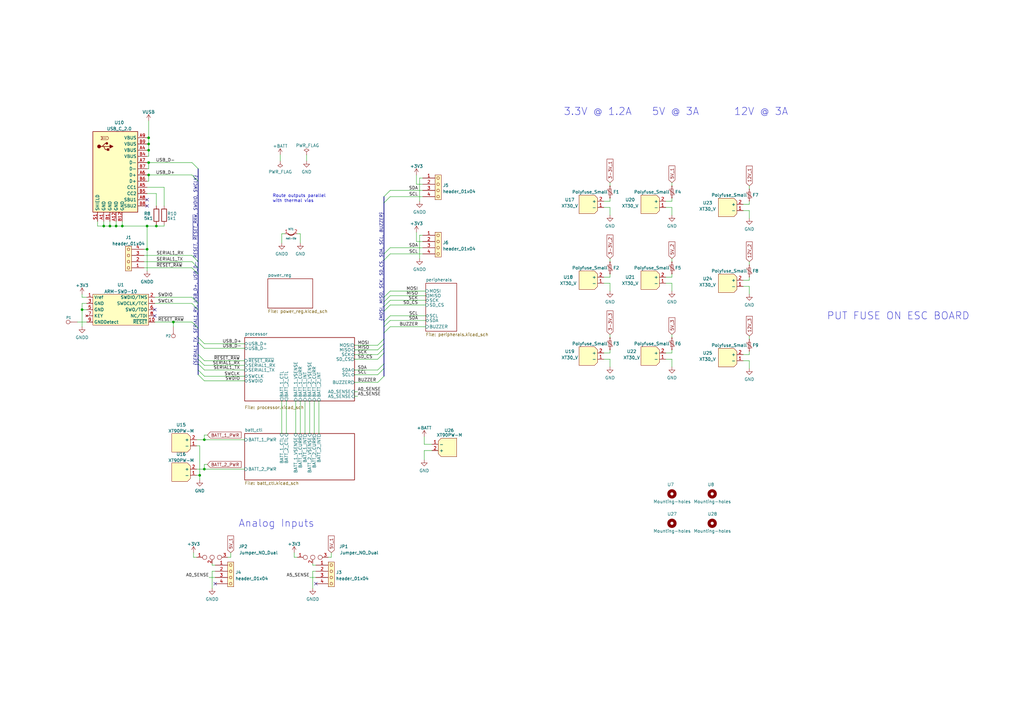
<source format=kicad_sch>
(kicad_sch (version 20211123) (generator eeschema)
  (paper "A3")
  (title_block (title "Onyx Unified Power Control Board") (date "2023-02-26") (rev "1.2") (company "Team Inspiration "))
  (lib_symbols
    (symbol "0.power-symbols:+3.3V" (power) (pin_names (offset 0))
      (property "Value" "+3.3V" (at 0 3.556 0))
      (symbol "+3.3V_0_1"
        (polyline (pts (xy -0.762 1.27) (xy 0 2.54)))
        (polyline (pts (xy 0 0) (xy 0 2.54)))
        (polyline (pts (xy 0 2.54) (xy 0.762 1.27)))
      )
      (symbol "+3.3V_1_1"
        (pin power_in line (at 0 0 90) (length 0) hide (name "+3V3") (number "1"))
      )
    )
    (symbol "0.power-symbols:+BATT" (power) (pin_names (offset 0))
      (property "Value" "+BATT" (at 0 3.556 0))
      (symbol "+BATT_0_1"
        (polyline (pts (xy -0.762 1.27) (xy 0 2.54)))
        (polyline (pts (xy 0 0) (xy 0 2.54)))
        (polyline (pts (xy 0 2.54) (xy 0.762 1.27)))
      )
      (symbol "+BATT_1_1"
        (pin power_in line (at 0 0 90) (length 0) hide (name "+BATT") (number "1"))
      )
    )
    (symbol "0.power-symbols:GND" (power) (pin_names (offset 0))
      (property "Value" "GND" (at 0 -3.81 0))
      (symbol "GND_0_1"
        (polyline (pts (xy 0 0) (xy 0 -1.27) (xy 1.27 -1.27) (xy 0 -2.54) (xy -1.27 -1.27) (xy 0 -1.27)))
      )
      (symbol "GND_1_1"
        (pin power_in line (at 0 0 270) (length 0) hide (name "GND") (number "1"))
      )
    )
    (symbol "0.power-symbols:GNDD" (power) (pin_names (offset 0))
      (property "Value" "GNDD" (at 0 -3.81 0))
      (symbol "GNDD_0_1"
        (polyline (pts (xy 0 0) (xy 0 -1.27) (xy 1.27 -1.27) (xy 0 -2.54) (xy -1.27 -1.27) (xy 0 -1.27)))
      )
      (symbol "GNDD_1_1"
        (pin power_in line (at 0 0 270) (length 0) hide (name "GNDD") (number "1"))
      )
    )
    (symbol "0.power-symbols:PWR_FLAG" (power) (pin_numbers hide) (pin_names (offset 0) hide)
      (property "Value" "PWR_FLAG" (at 0 3.81 0))
      (symbol "PWR_FLAG_0_0"
        (pin power_out line (at 0 0 90) (length 0) (name "pwr") (number "1"))
      )
      (symbol "PWR_FLAG_0_1"
        (polyline (pts (xy 0 0) (xy 0 1.27) (xy -1.016 1.905) (xy 0 2.54) (xy 1.016 1.905) (xy 0 1.27)))
      )
    )
    (symbol "0.power-symbols:VUSB" (power) (pin_names (offset 0))
      (property "Value" "VUSB" (at 0 3.556 0))
      (symbol "VUSB_0_1"
        (polyline (pts (xy -0.762 1.27) (xy 0 2.54)))
        (polyline (pts (xy 0 0) (xy 0 2.54)))
        (polyline (pts (xy 0 2.54) (xy 0.762 1.27)))
      )
      (symbol "VUSB_1_1"
        (pin power_in line (at 0 0 90) (length 0) hide (name "VUSB") (number "1"))
      )
    )
    (symbol "0.power-symbols:net-tie" (pin_names (offset 1.016))
      (property "Reference" "NT" (at 0 0 0))
      (property "Value" "net-tie" (at 0 0 0))
      (symbol "net-tie_0_1"
        (arc (start -1.27 -1.27) (mid 0 -1.7961) (end 1.27 -1.27) (stroke (width 0.4064)))
      )
      (symbol "net-tie_1_1"
        (pin passive line (at -2.54 -1.27 0) (length 1.2446) (name "~") (number "1"))
        (pin passive line (at 2.54 -1.27 180) (length 1.2446) (name "~") (number "2"))
      )
    )
    (symbol "2.passive:Jumper_NO_Dual" (pin_names (offset 0.762) hide)
      (property "Reference" "JP" (at 1.27 -2.54 0))
      (property "Value" "Jumper_NO_Dual" (at 0 2.54 0))
      (symbol "Jumper_NO_Dual_0_1"
        (circle (center -3.048 0) (radius 0.889))
        (circle (center 0 0) (radius 0.9144))
        (circle (center 3.048 0) (radius 0.889))
        (pin passive line (at -6.35 0 0) (length 2.413) (name "1") (number "1"))
        (pin passive line (at 0 -2.54 90) (length 1.524) (name "2") (number "2"))
        (pin passive line (at 6.35 0 180) (length 2.413) (name "3") (number "3"))
      )
    )
    (symbol "2.passive:R" (pin_numbers hide) (pin_names (offset 0))
      (property "Reference" "R" (at 2.032 0 90))
      (property "Value" "R" (at 0 0 90))
      (symbol "R_0_1"
        (rectangle (start -1.016 -2.54) (end 1.016 2.54) (stroke (width 0.254)))
      )
      (symbol "R_1_1"
        (pin passive line (at 0 3.81 270) (length 1.27) (name "~") (number "1"))
        (pin passive line (at 0 -3.81 90) (length 1.27) (name "~") (number "2"))
      )
    )
    (symbol "4.power.circuitProtection:Polyfuse_Small" (pin_numbers hide) (pin_names (offset 0))
      (property "Reference" "F" (at -1.905 0 90))
      (property "Value" "Polyfuse_Small" (at 1.905 0 90))
      (symbol "Polyfuse_Small_0_1"
        (rectangle (start -0.508 1.27) (end 0.508 -1.27))
        (polyline (pts (xy 0 2.54) (xy 0 -2.54)))
        (polyline (pts (xy -1.016 1.27) (xy -1.016 0.762) (xy 1.016 -0.762) (xy 1.016 -1.27)))
      )
      (symbol "Polyfuse_Small_1_1"
        (pin passive line (at 0 2.54 270) (length 0.635) (name "~") (number "1"))
        (pin passive line (at 0 -2.54 90) (length 0.635) (name "~") (number "2"))
      )
    )
    (symbol "5.connector.interconnect.usb_dvi_hdmi:ARM-SWD-10"
      (property "Reference" "U" (at -11.43 3.81 0))
      (property "Value" "ARM-SWD-10" (at -11.43 1.27 0))
      (symbol "ARM-SWD-10_0_1"
        (rectangle (start -11.43 0) (end 11.43 -12.7) (fill (type background)))
      )
      (symbol "ARM-SWD-10_1_1"
        (pin power_in line (at -13.97 -1.27 0) (length 2.54) (name "Vref") (number "1"))
        (pin open_collector line (at 13.97 -11.43 180) (length 2.54) (name "~{RESET}") (number "10"))
        (pin bidirectional line (at 13.97 -1.27 180) (length 2.54) (name "SWDIO/TMS") (number "2"))
        (pin power_in line (at -13.97 -3.81 0) (length 2.54) (name "GND") (number "3"))
        (pin output line (at 13.97 -3.81 180) (length 2.54) (name "SWDCLK/TCK") (number "4"))
        (pin passive line (at -13.97 -6.35 0) (length 2.54) (name "GND") (number "5"))
        (pin input line (at 13.97 -6.35 180) (length 2.54) (name "SWO/TDO") (number "6"))
        (pin no_connect line (at -13.97 -8.89 0) (length 2.54) (name "KEY") (number "7"))
        (pin output line (at 13.97 -8.89 180) (length 2.54) (name "NC/TDI") (number "8"))
        (pin passive line (at -13.97 -11.43 0) (length 2.54) (name "GNDDetect") (number "9"))
      )
    )
    (symbol "5.connector.interconnect.usb_dvi_hdmi:USB_C_2.0"
      (property "Reference" "U" (at 0 5.08 0))
      (property "Value" "USB_C_2.0" (at 0 2.54 0))
      (symbol "USB_C_2.0_0_1"
        (rectangle (start -10.795 0) (end 7.62 -33.02) (stroke (width 0.254)) (fill (type background)))
        (circle (center -8.255 -6.096) (radius 0.635) (stroke (width 0.254)) (fill (type outline)))
        (arc (start -7.493 -3.302) (mid -6.7943 -2.667) (end -7.493 -2.032))
        (circle (center -5.08 -4.826) (radius 0.381) (stroke (width 0.254)) (fill (type outline)))
        (arc (start -4.953 -3.302) (mid -4.3956 -2.667) (end -4.953 -2.032))
        (rectangle (start -4.191 -6.985) (end -4.953 -7.747) (stroke (width 0.254)) (fill (type outline)))
        (polyline (pts (xy -7.493 -3.302) (xy -4.953 -3.302)))
        (polyline (pts (xy -7.493 -2.032) (xy -4.953 -2.032)))
        (polyline (pts (xy -6.35 -6.096) (xy -3.81 -6.096)) (stroke (width 0.254)))
        (polyline (pts (xy -5.207 -2.667) (xy -7.239 -2.667)))
        (polyline (pts (xy -7.62 -6.096) (xy -6.985 -6.096) (xy -5.715 -4.826) (xy -5.08 -4.826)) (stroke (width 0.254)))
        (polyline (pts (xy -6.985 -6.096) (xy -6.35 -6.096) (xy -5.715 -7.366) (xy -4.445 -7.366)) (stroke (width 0.254)))
        (polyline (pts (xy -3.81 -5.461) (xy -3.81 -6.731) (xy -2.54 -6.096) (xy -3.81 -5.461)) (stroke (width 0.254)) (fill (type outline)))
      )
      (symbol "USB_C_2.0_1_1"
        (pin power_out line (at -6.35 -36.83 90) (length 3.81) (name "GND") (number "A1"))
        (pin passive line (at -1.27 -36.83 90) (length 3.81) (name "GND") (number "A12"))
        (pin passive line (at 11.43 -7.62 180) (length 3.81) (name "VBUS") (number "A4"))
        (pin passive line (at 11.43 -22.86 180) (length 3.81) (name "CC1") (number "A5"))
        (pin passive line (at 11.43 -17.78 180) (length 3.81) (name "D+") (number "A6"))
        (pin passive line (at 11.43 -12.7 180) (length 3.81) (name "D-") (number "A7"))
        (pin passive line (at 11.43 -27.94 180) (length 3.81) (name "SBU1") (number "A8"))
        (pin power_out line (at 11.43 -2.54 180) (length 3.81) (name "VBUS") (number "A9"))
        (pin passive line (at -3.81 -36.83 90) (length 3.81) (name "GND") (number "B1"))
        (pin passive line (at 1.27 -36.83 90) (length 3.81) (name "GND") (number "B12"))
        (pin passive line (at 11.43 -10.16 180) (length 3.81) (name "VBUS") (number "B4"))
        (pin passive line (at 11.43 -25.4 180) (length 3.81) (name "CC2") (number "B5"))
        (pin passive line (at 11.43 -20.32 180) (length 3.81) (name "D+") (number "B6"))
        (pin passive line (at 11.43 -15.24 180) (length 3.81) (name "D-") (number "B7"))
        (pin passive line (at 11.43 -30.48 180) (length 3.81) (name "SBU2") (number "B8"))
        (pin passive line (at 11.43 -5.08 180) (length 3.81) (name "VBUS") (number "B9"))
        (pin passive line (at -8.89 -36.83 90) (length 3.81) (name "SHIELD") (number "S1"))
      )
    )
    (symbol "5.connector.interconnect:CONN_1" (pin_numbers hide) (pin_names (offset 0.762) hide)
      (property "Reference" "P" (at 2.032 0 0))
      (symbol "CONN_1_0_1"
        (polyline (pts (xy -0.762 0) (xy -1.27 0)))
        (circle (center 0 0) (radius 0.7874))
      )
      (symbol "CONN_1_1_1"
        (pin passive line (at -3.81 0 0) (length 2.54) (name "1") (number "1"))
      )
    )
    (symbol "5.connector.interconnect:Mounting-holes"
      (property "Reference" "U" (at 0 5.08 0))
      (property "Value" "Mounting-holes" (at 0 3.81 0))
      (symbol "Mounting-holes_0_1"
        (circle (center 0 0) (radius 1.27) (stroke (width 1.27)))
      )
      (symbol "Mounting-holes_1_1"
        (pin no_connect line (at 2.54 0 180) (length 2.54) hide (name "") (number "1"))
      )
    )
    (symbol "5.connector.interconnect:header_01x04" (pin_names (offset 1.016))
      (property "Reference" "J" (at 0 6.35 0))
      (property "Value" "header_01x04" (at 0 -6.35 0))
      (symbol "header_01x04_0_1"
        (circle (center 0 -3.81) (radius 0.5588))
        (circle (center 0 -1.27) (radius 0.5588))
        (circle (center 0 1.27) (radius 0.5588))
        (circle (center 0 3.81) (radius 0.5588))
        (rectangle (start 1.27 -5.08) (end -1.27 5.08) (fill (type background)))
      )
      (symbol "header_01x04_1_1"
        (pin passive line (at -6.35 3.81 0) (length 5.08) (name "~") (number "1"))
        (pin passive line (at -6.35 1.27 0) (length 5.08) (name "~") (number "2"))
        (pin passive line (at -6.35 -1.27 0) (length 5.08) (name "~") (number "3"))
        (pin passive line (at -6.35 -3.81 0) (length 5.08) (name "~") (number "4"))
      )
    )
    (symbol "XT90PW-M_1"
      (property "Reference" "U" (at 0 3.81 0))
      (property "Value" "XT90PW-M_1" (at 0 1.27 0))
      (symbol "XT90PW-M_1_0_1"
        (polyline (pts (xy 0 0) (xy 1.27 -1.27) (xy 1.27 -6.35) (xy 0 -7.62) (xy -6.35 -7.62) (xy -6.35 0) (xy 0 0)) (fill (type background)))
      )
      (symbol "XT90PW-M_1_1_1"
        (pin passive line (at 3.81 -5.08 180) (length 2.54) (name "-") (number "1"))
        (pin passive line (at 3.81 -2.54 180) (length 2.54) (name "+") (number "2"))
      )
    )
    (symbol "XT90PW-M_2"
      (property "Reference" "U" (at 0 3.81 0))
      (property "Value" "XT90PW-M_2" (at 0 1.27 0))
      (symbol "XT90PW-M_2_0_1"
        (polyline (pts (xy 0 0) (xy 1.27 -1.27) (xy 1.27 -6.35) (xy 0 -7.62) (xy -6.35 -7.62) (xy -6.35 0) (xy 0 0)) (fill (type background)))
      )
      (symbol "XT90PW-M_2_1_1"
        (pin passive line (at 3.81 -5.08 180) (length 2.54) (name "-") (number "1"))
        (pin passive line (at 3.81 -2.54 180) (length 2.54) (name "+") (number "2"))
      )
    )
  )
  (junction (at 71.12 132.08))
  (junction (at 60.96 59.055))
  (junction (at 50.165 92.71))
  (junction (at 33.655 127))
  (junction (at 60.96 71.755))
  (junction (at 60.96 56.515))
  (junction (at 60.96 66.675))
  (junction (at 60.325 102.235))
  (junction (at 83.82 180.34))
  (junction (at 60.325 92.71))
  (junction (at 64.135 92.71))
  (junction (at 60.96 61.595))
  (junction (at 83.82 192.405))
  (junction (at 81.915 194.945))
  (junction (at 42.545 92.71))
  (junction (at 45.085 92.71))
  (junction (at 47.625 92.71))
  (no_connect (at 63.5 129.54))
  (no_connect (at 129.54 239.395))
  (no_connect (at 88.265 239.395))
  (no_connect (at 60.325 81.915))
  (no_connect (at 60.325 84.455))
  (no_connect (at 63.5 127))
  (bus_entry (at 160.02 80.645) (size -2.54 2.54))
  (bus_entry (at 160.02 119.38) (size -2.54 2.54))
  (bus_entry (at 160.02 123.19) (size -2.54 2.54))
  (bus_entry (at 78.74 109.855) (size 2.54 2.54))
  (bus_entry (at 154.94 153.67) (size 2.54 -2.54))
  (bus_entry (at 78.74 124.46) (size 2.54 2.54))
  (bus_entry (at 78.74 71.755) (size 2.54 2.54))
  (bus_entry (at 81.28 138.43) (size 2.54 2.54))
  (bus_entry (at 154.94 147.32) (size 2.54 -2.54))
  (bus_entry (at 78.74 121.92) (size 2.54 2.54))
  (bus_entry (at 160.02 131.445) (size -2.54 2.54))
  (bus_entry (at 78.74 104.775) (size 2.54 2.54))
  (bus_entry (at 160.02 101.6) (size -2.54 2.54))
  (bus_entry (at 154.94 143.51) (size 2.54 -2.54))
  (bus_entry (at 160.02 129.54) (size -2.54 2.54))
  (bus_entry (at 78.74 132.08) (size 2.54 2.54))
  (bus_entry (at 81.28 151.765) (size 2.54 2.54))
  (bus_entry (at 154.94 156.845) (size 2.54 -2.54))
  (bus_entry (at 81.28 153.67) (size 2.54 2.54))
  (bus_entry (at 160.02 121.285) (size -2.54 2.54))
  (bus_entry (at 160.02 78.105) (size -2.54 2.54))
  (bus_entry (at 154.94 145.415) (size 2.54 -2.54))
  (bus_entry (at 154.94 151.765) (size 2.54 -2.54))
  (bus_entry (at 81.28 147.32) (size 2.54 2.54))
  (bus_entry (at 81.28 140.335) (size 2.54 2.54))
  (bus_entry (at 160.02 125.095) (size -2.54 2.54))
  (bus_entry (at 81.28 145.415) (size 2.54 2.54))
  (bus_entry (at 78.74 107.315) (size 2.54 2.54))
  (bus_entry (at 154.94 141.605) (size 2.54 -2.54))
  (bus_entry (at 81.28 149.225) (size 2.54 2.54))
  (bus_entry (at 160.02 133.985) (size -2.54 2.54))
  (bus_entry (at 160.02 104.14) (size -2.54 2.54))
  (bus_entry (at 78.74 66.675) (size 2.54 2.54))
  (wire (pts (xy 172.085 73.025) (xy 172.085 82.55)))
  (wire (pts (xy 67.31 84.455) (xy 67.31 76.835)))
  (wire (pts (xy 128.27 231.14) (xy 128.27 231.775)))
  (wire (pts (xy 123.19 95.885) (xy 123.19 99.695)))
  (wire (pts (xy 33.655 124.46) (xy 33.655 127)))
  (bus (pts (xy 81.28 149.225) (xy 81.28 151.765)))
  (wire (pts (xy 79.375 226.695) (xy 79.375 228.6)))
  (wire (pts (xy 60.325 71.755) (xy 60.96 71.755)))
  (wire (pts (xy 47.625 90.805) (xy 47.625 92.71)))
  (wire (pts (xy 115.57 164.465) (xy 115.57 177.8)))
  (wire (pts (xy 275.59 147.32) (xy 273.05 147.32)))
  (wire (pts (xy 60.325 66.675) (xy 60.96 66.675)))
  (wire (pts (xy 60.96 64.135) (xy 60.96 61.595)))
  (wire (pts (xy 63.5 124.46) (xy 78.74 124.46)))
  (wire (pts (xy 60.96 59.055) (xy 60.96 61.595)))
  (wire (pts (xy 40.005 92.71) (xy 42.545 92.71)))
  (bus (pts (xy 157.48 104.14) (xy 157.48 106.68)))
  (wire (pts (xy 160.02 131.445) (xy 174.625 131.445)))
  (bus (pts (xy 81.28 109.855) (xy 81.28 112.395)))
  (wire (pts (xy 307.34 82.55) (xy 307.34 83.82)))
  (wire (pts (xy 160.02 133.985) (xy 174.625 133.985)))
  (wire (pts (xy 45.085 92.71) (xy 47.625 92.71)))
  (wire (pts (xy 94.615 228.6) (xy 93.345 228.6)))
  (bus (pts (xy 81.28 127) (xy 81.28 134.62)))
  (wire (pts (xy 160.02 104.14) (xy 173.355 104.14)))
  (wire (pts (xy 170.815 75.565) (xy 173.355 75.565)))
  (wire (pts (xy 250.19 113.665) (xy 247.65 113.665)))
  (wire (pts (xy 60.325 64.135) (xy 60.96 64.135)))
  (wire (pts (xy 250.19 137.16) (xy 250.19 138.43)))
  (bus (pts (xy 157.48 142.875) (xy 157.48 144.78)))
  (wire (pts (xy 50.165 90.805) (xy 50.165 92.71)))
  (bus (pts (xy 157.48 136.525) (xy 157.48 139.065)))
  (bus (pts (xy 157.48 106.68) (xy 157.48 121.92)))
  (wire (pts (xy 42.545 90.805) (xy 42.545 92.71)))
  (wire (pts (xy 33.655 127) (xy 35.56 127)))
  (wire (pts (xy 173.99 188.595) (xy 173.99 184.785)))
  (wire (pts (xy 250.19 106.045) (xy 250.19 107.315)))
  (wire (pts (xy 60.96 69.215) (xy 60.96 66.675)))
  (wire (pts (xy 71.12 132.08) (xy 78.74 132.08)))
  (wire (pts (xy 170.815 99.06) (xy 173.355 99.06)))
  (wire (pts (xy 60.325 92.71) (xy 60.325 102.235)))
  (bus (pts (xy 157.48 83.185) (xy 157.48 104.14)))
  (wire (pts (xy 170.815 71.755) (xy 170.815 75.565)))
  (wire (pts (xy 83.82 190.5) (xy 83.82 192.405)))
  (bus (pts (xy 157.48 151.13) (xy 157.48 154.305)))
  (wire (pts (xy 170.815 95.25) (xy 170.815 99.06)))
  (wire (pts (xy 250.19 147.32) (xy 250.19 150.495)))
  (wire (pts (xy 63.5 132.08) (xy 71.12 132.08)))
  (wire (pts (xy 250.19 116.205) (xy 250.19 119.38)))
  (wire (pts (xy 59.055 104.775) (xy 78.74 104.775)))
  (wire (pts (xy 275.59 74.93) (xy 275.59 76.2)))
  (wire (pts (xy 250.19 112.395) (xy 250.19 113.665)))
  (bus (pts (xy 81.28 138.43) (xy 81.28 140.335)))
  (wire (pts (xy 67.31 92.075) (xy 67.31 92.71)))
  (wire (pts (xy 83.82 154.305) (xy 100.33 154.305)))
  (wire (pts (xy 33.655 124.46) (xy 35.56 124.46)))
  (wire (pts (xy 128.27 231.775) (xy 129.54 231.775)))
  (wire (pts (xy 250.19 143.51) (xy 250.19 144.78)))
  (wire (pts (xy 86.995 241.3) (xy 86.995 234.315)))
  (wire (pts (xy 304.8 145.415) (xy 307.34 145.415)))
  (wire (pts (xy 128.27 241.3) (xy 128.27 234.315)))
  (wire (pts (xy 128.27 234.315) (xy 129.54 234.315)))
  (wire (pts (xy 172.085 96.52) (xy 173.355 96.52)))
  (wire (pts (xy 160.02 125.095) (xy 174.625 125.095)))
  (wire (pts (xy 85.09 178.435) (xy 83.82 178.435)))
  (wire (pts (xy 115.57 95.885) (xy 115.57 99.695)))
  (wire (pts (xy 307.34 107.315) (xy 307.34 108.585)))
  (wire (pts (xy 80.645 180.34) (xy 83.82 180.34)))
  (wire (pts (xy 275.59 116.205) (xy 273.05 116.205)))
  (wire (pts (xy 160.02 80.645) (xy 173.355 80.645)))
  (wire (pts (xy 275.59 85.09) (xy 275.59 88.265)))
  (wire (pts (xy 121.285 164.465) (xy 121.285 177.8)))
  (wire (pts (xy 60.96 74.295) (xy 60.96 71.755)))
  (wire (pts (xy 86.995 234.315) (xy 88.265 234.315)))
  (wire (pts (xy 130.81 164.465) (xy 130.81 177.8)))
  (bus (pts (xy 81.28 140.335) (xy 81.28 145.415)))
  (wire (pts (xy 60.325 56.515) (xy 60.96 56.515)))
  (wire (pts (xy 60.325 74.295) (xy 60.96 74.295)))
  (bus (pts (xy 81.28 112.395) (xy 81.28 124.46)))
  (wire (pts (xy 85.725 236.855) (xy 88.265 236.855)))
  (wire (pts (xy 60.96 61.595) (xy 60.325 61.595)))
  (wire (pts (xy 33.655 121.92) (xy 35.56 121.92)))
  (wire (pts (xy 307.34 144.145) (xy 307.34 145.415)))
  (wire (pts (xy 80.645 182.88) (xy 81.915 182.88)))
  (wire (pts (xy 250.19 85.09) (xy 250.19 88.265)))
  (wire (pts (xy 81.915 182.88) (xy 81.915 194.945)))
  (wire (pts (xy 307.34 117.475) (xy 307.34 120.65)))
  (wire (pts (xy 250.19 147.32) (xy 247.65 147.32)))
  (wire (pts (xy 83.82 147.955) (xy 100.33 147.955)))
  (wire (pts (xy 275.59 143.51) (xy 275.59 144.78)))
  (wire (pts (xy 125.095 164.465) (xy 125.095 177.8)))
  (bus (pts (xy 81.28 151.765) (xy 81.28 153.67)))
  (wire (pts (xy 250.19 82.55) (xy 247.65 82.55)))
  (wire (pts (xy 63.5 121.92) (xy 78.74 121.92)))
  (wire (pts (xy 307.34 86.36) (xy 304.8 86.36)))
  (wire (pts (xy 64.135 79.375) (xy 60.325 79.375)))
  (wire (pts (xy 250.19 81.28) (xy 250.19 82.55)))
  (bus (pts (xy 157.48 133.985) (xy 157.48 132.08)))
  (wire (pts (xy 60.96 71.755) (xy 78.74 71.755)))
  (wire (pts (xy 250.19 74.93) (xy 250.19 76.2)))
  (wire (pts (xy 173.99 182.245) (xy 177.165 182.245)))
  (wire (pts (xy 127 236.855) (xy 129.54 236.855)))
  (wire (pts (xy 83.82 180.34) (xy 100.33 180.34)))
  (wire (pts (xy 275.59 144.78) (xy 273.05 144.78)))
  (wire (pts (xy 135.89 228.6) (xy 134.62 228.6)))
  (bus (pts (xy 81.28 145.415) (xy 81.28 147.32)))
  (wire (pts (xy 83.82 151.765) (xy 100.33 151.765)))
  (bus (pts (xy 81.28 74.295) (xy 81.28 107.315)))
  (wire (pts (xy 250.19 85.09) (xy 247.65 85.09)))
  (wire (pts (xy 145.415 156.845) (xy 154.94 156.845)))
  (wire (pts (xy 307.34 137.795) (xy 307.34 139.065)))
  (wire (pts (xy 60.325 59.055) (xy 60.96 59.055)))
  (wire (pts (xy 60.96 56.515) (xy 60.96 59.055)))
  (bus (pts (xy 157.48 140.97) (xy 157.48 142.875)))
  (wire (pts (xy 81.915 194.945) (xy 81.915 196.85)))
  (wire (pts (xy 60.325 69.215) (xy 60.96 69.215)))
  (wire (pts (xy 123.19 164.465) (xy 123.19 177.8)))
  (wire (pts (xy 173.99 184.785) (xy 177.165 184.785)))
  (wire (pts (xy 121.92 95.885) (xy 123.19 95.885)))
  (wire (pts (xy 307.34 86.36) (xy 307.34 89.535)))
  (bus (pts (xy 81.28 107.315) (xy 81.28 109.855)))
  (wire (pts (xy 59.055 107.315) (xy 78.74 107.315)))
  (wire (pts (xy 33.655 120.65) (xy 33.655 121.92)))
  (wire (pts (xy 275.59 85.09) (xy 273.05 85.09)))
  (wire (pts (xy 83.82 156.21) (xy 100.33 156.21)))
  (wire (pts (xy 145.415 147.32) (xy 154.94 147.32)))
  (wire (pts (xy 307.34 113.665) (xy 307.34 114.935)))
  (wire (pts (xy 116.84 95.885) (xy 115.57 95.885)))
  (wire (pts (xy 160.02 129.54) (xy 174.625 129.54)))
  (wire (pts (xy 40.005 90.805) (xy 40.005 92.71)))
  (wire (pts (xy 59.055 102.235) (xy 60.325 102.235)))
  (wire (pts (xy 114.935 63.5) (xy 114.935 66.04)))
  (wire (pts (xy 79.375 228.6) (xy 80.645 228.6)))
  (bus (pts (xy 157.48 139.065) (xy 157.48 140.97)))
  (wire (pts (xy 83.82 192.405) (xy 100.33 192.405)))
  (wire (pts (xy 64.135 84.455) (xy 64.135 79.375)))
  (wire (pts (xy 47.625 92.71) (xy 50.165 92.71)))
  (wire (pts (xy 307.34 76.2) (xy 307.34 77.47)))
  (wire (pts (xy 145.415 143.51) (xy 154.94 143.51)))
  (wire (pts (xy 83.82 178.435) (xy 83.82 180.34)))
  (wire (pts (xy 86.995 231.775) (xy 88.265 231.775)))
  (wire (pts (xy 83.82 149.86) (xy 100.33 149.86)))
  (wire (pts (xy 60.325 102.235) (xy 60.325 111.125)))
  (wire (pts (xy 83.82 142.875) (xy 100.33 142.875)))
  (wire (pts (xy 45.085 90.805) (xy 45.085 92.71)))
  (wire (pts (xy 275.59 116.205) (xy 275.59 119.38)))
  (wire (pts (xy 307.34 114.935) (xy 304.8 114.935)))
  (wire (pts (xy 94.615 226.695) (xy 94.615 228.6)))
  (wire (pts (xy 160.02 119.38) (xy 174.625 119.38)))
  (wire (pts (xy 125.73 63.5) (xy 125.73 66.04)))
  (wire (pts (xy 145.415 145.415) (xy 154.94 145.415)))
  (bus (pts (xy 81.28 124.46) (xy 81.28 127)))
  (wire (pts (xy 275.59 147.32) (xy 275.59 150.495)))
  (wire (pts (xy 275.59 113.665) (xy 273.05 113.665)))
  (wire (pts (xy 120.65 226.695) (xy 120.65 228.6)))
  (wire (pts (xy 31.75 132.08) (xy 35.56 132.08)))
  (bus (pts (xy 157.48 127.635) (xy 157.48 125.73)))
  (wire (pts (xy 117.475 164.465) (xy 117.475 177.8)))
  (bus (pts (xy 157.48 80.645) (xy 157.48 83.185)))
  (wire (pts (xy 145.415 160.655) (xy 146.685 160.655)))
  (wire (pts (xy 145.415 162.56) (xy 146.685 162.56)))
  (wire (pts (xy 275.59 82.55) (xy 273.05 82.55)))
  (wire (pts (xy 172.085 73.025) (xy 173.355 73.025)))
  (wire (pts (xy 60.325 92.71) (xy 64.135 92.71)))
  (wire (pts (xy 145.415 153.67) (xy 154.94 153.67)))
  (wire (pts (xy 160.02 123.19) (xy 174.625 123.19)))
  (wire (pts (xy 120.65 228.6) (xy 121.92 228.6)))
  (wire (pts (xy 42.545 92.71) (xy 45.085 92.71)))
  (wire (pts (xy 172.085 96.52) (xy 172.085 106.045)))
  (wire (pts (xy 160.02 78.105) (xy 173.355 78.105)))
  (wire (pts (xy 80.645 192.405) (xy 83.82 192.405)))
  (wire (pts (xy 135.89 226.695) (xy 135.89 228.6)))
  (bus (pts (xy 157.48 125.73) (xy 157.48 123.825)))
  (wire (pts (xy 307.34 147.955) (xy 307.34 151.13)))
  (bus (pts (xy 157.48 144.78) (xy 157.48 149.225)))
  (wire (pts (xy 145.415 141.605) (xy 154.94 141.605)))
  (wire (pts (xy 307.34 147.955) (xy 304.8 147.955)))
  (wire (pts (xy 250.19 116.205) (xy 247.65 116.205)))
  (bus (pts (xy 157.48 149.225) (xy 157.48 151.13)))
  (bus (pts (xy 81.28 147.32) (xy 81.28 149.225)))
  (wire (pts (xy 250.19 144.78) (xy 247.65 144.78)))
  (bus (pts (xy 157.48 133.985) (xy 157.48 136.525)))
  (wire (pts (xy 80.645 194.945) (xy 81.915 194.945)))
  (wire (pts (xy 59.055 109.855) (xy 78.74 109.855)))
  (bus (pts (xy 81.28 134.62) (xy 81.28 138.43)))
  (wire (pts (xy 67.31 76.835) (xy 60.325 76.835)))
  (wire (pts (xy 160.02 121.285) (xy 174.625 121.285)))
  (wire (pts (xy 67.31 92.71) (xy 64.135 92.71)))
  (wire (pts (xy 50.165 92.71) (xy 60.325 92.71)))
  (bus (pts (xy 157.48 127.635) (xy 157.48 132.08)))
  (wire (pts (xy 127 164.465) (xy 127 177.8)))
  (bus (pts (xy 157.48 123.825) (xy 157.48 121.92)))
  (wire (pts (xy 275.59 106.045) (xy 275.59 107.315)))
  (wire (pts (xy 85.09 190.5) (xy 83.82 190.5)))
  (bus (pts (xy 81.28 69.215) (xy 81.28 74.295)))
  (wire (pts (xy 60.96 66.675) (xy 78.74 66.675)))
  (wire (pts (xy 64.135 92.075) (xy 64.135 92.71)))
  (wire (pts (xy 173.99 179.07) (xy 173.99 182.245)))
  (wire (pts (xy 307.34 117.475) (xy 304.8 117.475)))
  (wire (pts (xy 160.02 101.6) (xy 173.355 101.6)))
  (wire (pts (xy 60.96 49.53) (xy 60.96 56.515)))
  (wire (pts (xy 275.59 137.16) (xy 275.59 138.43)))
  (wire (pts (xy 83.82 140.97) (xy 100.33 140.97)))
  (wire (pts (xy 86.995 231.14) (xy 86.995 231.775)))
  (wire (pts (xy 307.34 83.82) (xy 304.8 83.82)))
  (wire (pts (xy 71.12 132.08) (xy 71.12 133.985)))
  (wire (pts (xy 275.59 81.28) (xy 275.59 82.55)))
  (wire (pts (xy 145.415 151.765) (xy 154.94 151.765)))
  (wire (pts (xy 33.655 127) (xy 33.655 133.985)))
  (wire (pts (xy 128.905 164.465) (xy 128.905 177.8)))
  (wire (pts (xy 275.59 112.395) (xy 275.59 113.665)))
  (text "12V @ 3A" (at 300.99 47.625 0) (effects (font (size 3 3)) (justify left bottom)))
  (text "Analog Inputs" (at 97.79 216.535 0) (effects (font (size 3 3)) (justify left bottom)))
  (text "Route outputs parallel\nwith thermal vias" (at 111.76 83.185 0) (effects (font (size 1.27 1.27)) (justify left bottom)))
  (text "3.3V @ 1.2A" (at 231.14 47.625 0) (effects (font (size 3 3)) (justify left bottom)))
  (text "5V @ 3A" (at 267.335 47.625 0) (effects (font (size 3 3)) (justify left bottom)))
  (text "PUT FUSE ON ESC BOARD" (at 339.09 131.445 0) (effects (font (size 3 3)) (justify left bottom)))
  (label "SDA" (at 171.45 131.445 180))
  (label "SWCLK" (at 64.77 124.46 0))
  (label "USB_D+" (at 71.755 71.755 180))
  (label "SCL" (at 171.45 80.645 180))
  (label "SCK" (at 146.685 145.415 0))
  (label "A0_SENSE" (at 146.685 160.655 0))
  (label "SDA" (at 146.685 151.765 0))
  (label "MISO" (at 171.45 121.285 180))
  (label "SCL" (at 171.45 129.54 180))
  (label "SCL" (at 146.685 153.67 0))
  (label "BUZZER" (at 146.685 156.845 0))
  (label "A5_SENSE" (at 146.685 162.56 0))
  (label "SD_CS" (at 171.45 125.095 180))
  (label "~{RESET_RAW}" (at 98.425 147.955 180))
  (label "A5_SENSE" (at 127 236.855 180))
  (label "BUZZER" (at 171.45 133.985 180))
  (label "USB_D+" (at 99.06 140.97 180))
  (label "{MOSI, MISO, SCK, SD_CS, SDA, SCL, BUZZER}" (at 157.48 86.995 270) (effects (font italic)))
  (label "SWCLK" (at 98.425 154.305 180))
  (label "MISO" (at 146.685 143.51 0))
  (label "MOSI" (at 171.45 119.38 180))
  (label "SWDIO" (at 98.425 156.21 180))
  (label "SDA" (at 171.45 78.105 180))
  (label "SCK" (at 171.45 123.19 180))
  (label "{SERIAL1_TX, SERIAL1_RX, USB_D+, USB_D-, RESET, ~{RESET_RAW}, SWDIO, SWCLK}" (at 81.28 71.755 270) (effects (font italic)))
  (label "SERIAL1_TX" (at 64.135 107.315 0))
  (label "~{RESET_RAW}" (at 64.135 109.855 0))
  (label "SERIAL1_TX" (at 98.425 151.765 180))
  (label "USB_D-" (at 99.06 142.875 180))
  (label "SERIAL1_RX" (at 64.135 104.775 0))
  (label "SDA" (at 171.45 101.6 180))
  (label "SCL" (at 171.45 104.14 180))
  (label "MOSI" (at 146.685 141.605 0))
  (label "A0_SENSE" (at 85.725 236.855 180))
  (label "SWDIO" (at 64.77 121.92 0))
  (label "SERIAL1_RX" (at 98.425 149.86 180))
  (label "SD_CS" (at 146.685 147.32 0))
  (label "USB_D-" (at 71.755 66.675 180))
  (label "~{RESET_RAW}" (at 64.77 132.08 0))
  (global_label "12V_1" (shape input) (at 307.34 76.2 90) (property "Intersheet References" "${INTERSHEET_REFS}" (effects hide)))
  (global_label "3-3V_3" (shape input) (at 250.19 137.16 90) (property "Intersheet References" "${INTERSHEET_REFS}" (effects hide)))
  (global_label "BATT_2_PWR" (shape input) (at 85.09 190.5 0) (property "Intersheet References" "${INTERSHEET_REFS}" (effects hide)))
  (global_label "3-3V_2" (shape input) (at 250.19 106.045 90) (property "Intersheet References" "${INTERSHEET_REFS}" (effects hide)))
  (global_label "5V_1" (shape input) (at 275.59 74.93 90) (property "Intersheet References" "${INTERSHEET_REFS}" (effects hide)))
  (global_label "5V_2" (shape input) (at 275.59 106.045 90) (property "Intersheet References" "${INTERSHEET_REFS}" (effects hide)))
  (global_label "12V_2" (shape input) (at 307.34 107.315 90) (property "Intersheet References" "${INTERSHEET_REFS}" (effects hide)))
  (global_label "12V_3" (shape input) (at 307.34 137.795 90) (property "Intersheet References" "${INTERSHEET_REFS}" (effects hide)))
  (global_label "5V_1" (shape input) (at 135.89 226.695 90) (property "Intersheet References" "${INTERSHEET_REFS}" (effects hide)))
  (global_label "3-3V_1" (shape input) (at 250.19 74.93 90) (property "Intersheet References" "${INTERSHEET_REFS}" (effects hide)))
  (global_label "5V_1" (shape input) (at 94.615 226.695 90) (property "Intersheet References" "${INTERSHEET_REFS}" (effects hide)))
  (global_label "5V_3" (shape input) (at 275.59 137.16 90) (property "Intersheet References" "${INTERSHEET_REFS}" (effects hide)))
  (global_label "BATT_1_PWR" (shape input) (at 85.09 178.435 0) (property "Intersheet References" "${INTERSHEET_REFS}" (effects hide)))
  (symbol (lib_id "0.power-symbols:+BATT") (at 114.935 63.5 0) (unit 1)
    (property "Reference" "#PWR022" (effects hide))
    (property "Value" "+BATT" (at 114.935 59.9242 0))
  )
  (symbol (lib_id "5.connector.interconnect:header_01x04") (at 179.705 100.33 0) (unit 1)
    (property "Reference" "J6" (at 181.61 99.4953 0) (effects (justify left)))
    (property "Value" "header_01x04" (at 181.61 102.0322 0) (effects (justify left)))
    (property "Footprint" "5_Connectors_misc:Stemma_QT_2" (effects hide))
  )
  (symbol (lib_id "4.power.circuitProtection:Polyfuse_Small") (at 275.59 78.74 180) (unit 1)
    (property "Reference" "F4" (at 278.13 78.74 0))
    (property "Value" "Polyfuse_Small" (at 267.335 78.74 0))
    (property "Footprint" "2_Passives_Resistors_SMD_IPC:R_2012_805_A" (effects hide))
    (property "Datasheet" "https://www.digikey.com/en/products/detail/littelfuse-inc/0805L400SLWR/12807026" (effects hide))
  )
  (symbol (lib_id "5.connector.interconnect:Mounting-holes") (at 292.1 214.63 0) (unit 1)
    (property "Reference" "U28" (at 290.195 210.82 0) (effects (justify left)))
    (property "Value" "Mounting-holes" (at 284.48 217.805 0) (effects (justify left)))
    (property "Footprint" "0_misc:plated_hole_3.0x3.6mm" (effects hide))
  )
  (symbol (lib_id "0.power-symbols:GNDD") (at 33.655 133.985 0) (mirror y) (unit 1)
    (property "Reference" "#PWR02" (effects hide))
    (property "Value" "GNDD" (at 33.655 138.4284 0))
  )
  (symbol (lib_id "4.power.circuitProtection:Polyfuse_Small") (at 250.19 109.855 180) (unit 1)
    (property "Reference" "F2" (at 252.73 109.855 0))
    (property "Value" "Polyfuse_Small" (at 241.935 109.855 0))
    (property "Footprint" "2_Passives_Resistors_SMD_IPC:R_2012_805_A" (effects hide))
    (property "Datasheet" "https://www.digikey.com/en/products/detail/littelfuse-inc/0805L400SLWR/12807026" (effects hide))
  )
  (symbol (lib_id "0.power-symbols:GNDD") (at 115.57 99.695 0) (unit 1)
    (property "Reference" "#PWR07" (effects hide))
    (property "Value" "GNDD" (at 115.57 104.1384 0))
  )
  (symbol (lib_id "4.power.circuitProtection:Polyfuse_Small") (at 250.19 78.74 180) (unit 1)
    (property "Reference" "F1" (at 252.73 78.74 0))
    (property "Value" "Polyfuse_Small" (at 241.935 78.74 0))
    (property "Footprint" "2_Passives_Resistors_SMD_IPC:R_2012_805_A" (effects hide))
    (property "Datasheet" "https://www.digikey.com/en/products/detail/littelfuse-inc/0805L400SLWR/12807026" (effects hide))
  )
  (symbol (lib_id "5.connector.interconnect:header_01x04") (at 179.705 76.835 0) (unit 1)
    (property "Reference" "J5" (at 181.61 76.0003 0) (effects (justify left)))
    (property "Value" "header_01x04" (at 181.61 78.5372 0) (effects (justify left)))
    (property "Footprint" "5_Connectors_misc:Stemma_QT_2" (effects hide))
  )
  (symbol (lib_name "XT90PW-M_1") (lib_id "5.connector.interconnect:XT90PW-M") (at 243.84 142.24 0) (unit 1)
    (property "Reference" "U19" (at 233.68 144.145 0))
    (property "Value" "XT30_V" (at 233.68 146.6819 0))
    (property "Footprint" "5_Connectors_AMASS:AMASS_XT30U-F_1x02_P5.0mm_Vertical" (effects hide))
    (property "PN" "N/A" (effects hide))
  )
  (symbol (lib_id "5.connector.interconnect.usb_dvi_hdmi:USB_C_2.0") (at 48.895 53.975 0) (unit 1)
    (property "Reference" "U10" (at 48.895 50.2752 0))
    (property "Value" "USB_C_2.0" (at 48.895 52.8121 0))
    (property "Footprint" "5_Connectors_misc:USB_C_XKB_U262-16XN-4BVC11" (effects hide))
    (property "Datasheet" "https://www.cuidevices.com/product/resource/uj31-ch-3-smt-tr.pdf" (effects hide))
  )
  (symbol (lib_id "4.power.circuitProtection:Polyfuse_Small") (at 307.34 111.125 180) (unit 1)
    (property "Reference" "F8" (at 309.88 111.125 0))
    (property "Value" "Polyfuse_Small" (at 299.085 111.125 0))
    (property "Footprint" "2_Passives_Resistors_SMD_IPC:R_2012_805_A" (effects hide))
    (property "Datasheet" "https://www.digikey.com/en/products/detail/littelfuse-inc/0805L400SLWR/12807026" (effects hide))
  )
  (symbol (lib_name "XT90PW-M_1") (lib_id "5.connector.interconnect:XT90PW-M") (at 243.84 111.125 0) (unit 1)
    (property "Reference" "U18" (at 233.045 113.6681 0))
    (property "Value" "XT30_V" (at 233.045 116.205 0))
    (property "Footprint" "5_Connectors_AMASS:AMASS_XT30U-F_1x02_P5.0mm_Vertical" (effects hide))
    (property "PN" "N/A" (effects hide))
  )
  (symbol (lib_name "XT90PW-M_1") (lib_id "5.connector.interconnect:XT90PW-M") (at 269.24 111.125 0) (unit 1)
    (property "Reference" "U21" (at 258.445 113.6681 0))
    (property "Value" "XT30_V" (at 258.445 116.205 0))
    (property "Footprint" "5_Connectors_AMASS:AMASS_XT30U-F_1x02_P5.0mm_Vertical" (effects hide))
    (property "PN" "N/A" (effects hide))
  )
  (symbol (lib_id "4.power.circuitProtection:Polyfuse_Small") (at 275.59 109.855 180) (unit 1)
    (property "Reference" "F5" (at 278.13 109.855 0))
    (property "Value" "Polyfuse_Small" (at 267.335 109.855 0))
    (property "Footprint" "2_Passives_Resistors_SMD_IPC:R_2012_805_A" (effects hide))
    (property "Datasheet" "https://www.digikey.com/en/products/detail/littelfuse-inc/0805L400SLWR/12807026" (effects hide))
  )
  (symbol (lib_id "0.power-symbols:GND") (at 275.59 150.495 0) (unit 1)
    (property "Reference" "#PWR0119" (effects hide))
    (property "Value" "GND" (at 275.59 154.9384 0))
  )
  (symbol (lib_name "XT90PW-M_2") (lib_id "5.connector.interconnect:XT90PW-M") (at 180.975 187.325 180) (unit 1)
    (property "Reference" "U26" (at 182.245 176.53 0) (effects (justify right)))
    (property "Value" "XT90PW-M" (at 179.07 178.435 0) (effects (justify right)))
    (property "Footprint" "5_Connectors_AMASS:AMASS_XT90PW-M_Horizontal" (effects hide))
    (property "PN" "5,2" (effects hide))
  )
  (symbol (lib_name "XT90PW-M_2") (lib_id "5.connector.interconnect:XT90PW-M") (at 76.835 177.8 0) (unit 1)
    (property "Reference" "U15" (at 74.295 174.2272 0))
    (property "Value" "XT90PW-M" (at 74.295 176.7641 0))
    (property "Footprint" "5_Connectors_AMASS:AMASS_XT90PW-M_Horizontal" (effects hide))
    (property "PN" "5,2" (effects hide))
  )
  (symbol (lib_id "0.power-symbols:GND") (at 125.73 66.04 0) (unit 1)
    (property "Reference" "#PWR0163" (effects hide))
    (property "Value" "GND" (at 125.73 70.4834 0))
  )
  (symbol (lib_id "4.power.circuitProtection:Polyfuse_Small") (at 307.34 80.01 180) (unit 1)
    (property "Reference" "F7" (at 309.88 80.01 0))
    (property "Value" "Polyfuse_Small" (at 299.085 80.01 0))
    (property "Footprint" "2_Passives_Resistors_SMD_IPC:R_2012_805_A" (effects hide))
    (property "Datasheet" "https://www.digikey.com/en/products/detail/littelfuse-inc/0805L400SLWR/12807026" (effects hide))
  )
  (symbol (lib_id "0.power-symbols:GND") (at 275.59 88.265 0) (unit 1)
    (property "Reference" "#PWR0123" (effects hide))
    (property "Value" "GND" (at 275.59 92.7084 0))
  )
  (symbol (lib_id "0.power-symbols:GND") (at 250.19 119.38 0) (unit 1)
    (property "Reference" "#PWR0113" (effects hide))
    (property "Value" "GND" (at 250.19 123.8234 0))
  )
  (symbol (lib_name "XT90PW-M_1") (lib_id "5.connector.interconnect:XT90PW-M") (at 300.99 142.875 0) (unit 1)
    (property "Reference" "U25" (at 290.195 144.7831 0))
    (property "Value" "XT30_V" (at 290.195 147.32 0))
    (property "Footprint" "5_Connectors_AMASS:AMASS_XT30U-F_1x02_P5.0mm_Vertical" (effects hide))
    (property "PN" "N/A" (effects hide))
  )
  (symbol (lib_id "0.power-symbols:VUSB") (at 60.96 49.53 0) (unit 1)
    (property "Reference" "#PWR0101" (effects hide))
    (property "Value" "VUSB" (at 60.96 45.9542 0))
  )
  (symbol (lib_id "0.power-symbols:GNDD") (at 60.325 111.125 0) (mirror y) (unit 1)
    (property "Reference" "#PWR03" (effects hide))
    (property "Value" "GNDD" (at 60.325 115.5684 0))
  )
  (symbol (lib_id "5.connector.interconnect:header_01x04") (at 52.705 106.045 180) (unit 1)
    (property "Reference" "J1" (at 52.705 97.3922 0))
    (property "Value" "header_01x04" (at 52.705 99.9291 0))
    (property "Footprint" "5_Connectors_misc:Stemma_QT_V" (effects hide))
  )
  (symbol (lib_id "5.connector.interconnect:Mounting-holes") (at 275.59 202.565 0) (unit 1)
    (property "Reference" "U7" (at 273.685 198.755 0) (effects (justify left)))
    (property "Value" "Mounting-holes" (at 267.97 205.74 0) (effects (justify left)))
    (property "Footprint" "0_misc:plated_hole_3.0x3.6mm" (effects hide))
  )
  (symbol (lib_id "0.power-symbols:GNDD") (at 128.27 241.3 0) (unit 1)
    (property "Reference" "#PWR0106" (effects hide))
    (property "Value" "GNDD" (at 128.27 245.7434 0))
  )
  (symbol (lib_name "XT90PW-M_1") (lib_id "5.connector.interconnect:XT90PW-M") (at 300.99 112.395 0) (unit 1)
    (property "Reference" "U24" (at 290.195 114.3031 0))
    (property "Value" "XT30_V" (at 290.195 116.84 0))
    (property "Footprint" "5_Connectors_AMASS:AMASS_XT30U-F_1x02_P5.0mm_Vertical" (effects hide))
    (property "PN" "N/A" (effects hide))
  )
  (symbol (lib_id "0.power-symbols:GNDD") (at 172.085 106.045 0) (mirror y) (unit 1)
    (property "Reference" "#PWR012" (effects hide))
    (property "Value" "GNDD" (at 172.085 110.4884 0))
  )
  (symbol (lib_id "0.power-symbols:+BATT") (at 173.99 179.07 0) (unit 1)
    (property "Reference" "#PWR0128" (effects hide))
    (property "Value" "+BATT" (at 173.99 175.4942 0))
  )
  (symbol (lib_id "0.power-symbols:GND") (at 250.19 150.495 0) (unit 1)
    (property "Reference" "#PWR0134" (effects hide))
    (property "Value" "GND" (at 250.19 154.9384 0))
  )
  (symbol (lib_id "4.power.circuitProtection:Polyfuse_Small") (at 275.59 140.97 180) (unit 1)
    (property "Reference" "F6" (at 278.13 140.97 0))
    (property "Value" "Polyfuse_Small" (at 267.335 140.97 0))
    (property "Footprint" "2_Passives_Resistors_SMD_IPC:R_2012_805_A" (effects hide))
    (property "Datasheet" "https://www.digikey.com/en/products/detail/littelfuse-inc/0805L400SLWR/12807026" (effects hide))
  )
  (symbol (lib_id "0.power-symbols:+3.3V") (at 33.655 120.65 0) (unit 1)
    (property "Reference" "#PWR01" (effects hide))
    (property "Value" "+3.3V" (at 33.655 117.0455 0))
  )
  (symbol (lib_id "2.passive:Jumper_NO_Dual") (at 86.995 228.6 0) (unit 1)
    (property "Reference" "JP2" (at 99.695 224.155 0))
    (property "Value" "Jumper_NO_Dual" (at 106.045 226.695 0))
    (property "Footprint" "0_misc:SolderJumper-3_P1.3mm_Open_RoundedPad1.0x1.5mm_NumberLabels" (effects hide))
  )
  (symbol (lib_name "XT90PW-M_1") (lib_id "5.connector.interconnect:XT90PW-M") (at 243.84 80.01 0) (unit 1)
    (property "Reference" "U17" (at 233.68 81.915 0))
    (property "Value" "XT30_V" (at 233.68 84.455 0))
    (property "Footprint" "5_Connectors_AMASS:AMASS_XT30U-F_1x02_P5.0mm_Vertical" (effects hide))
    (property "PN" "N/A" (effects hide))
  )
  (symbol (lib_id "5.connector.interconnect:header_01x04") (at 94.615 235.585 0) (unit 1)
    (property "Reference" "J4" (at 96.52 234.7503 0) (effects (justify left)))
    (property "Value" "header_01x04" (at 96.52 237.2872 0) (effects (justify left)))
    (property "Footprint" "5_Connectors_misc:Stemma_QT_2" (effects hide))
  )
  (symbol (lib_id "0.power-symbols:GND") (at 307.34 89.535 0) (unit 1)
    (property "Reference" "#PWR0124" (effects hide))
    (property "Value" "GND" (at 307.34 93.9784 0))
  )
  (symbol (lib_name "XT90PW-M_2") (lib_id "5.connector.interconnect:XT90PW-M") (at 76.835 189.865 0) (unit 1)
    (property "Reference" "U16" (at 74.295 186.2922 0))
    (property "Value" "XT90PW-M" (at 74.295 188.8291 0))
    (property "Footprint" "5_Connectors_AMASS:AMASS_XT90PW-M_Horizontal" (effects hide))
    (property "PN" "5,2" (effects hide))
  )
  (symbol (lib_id "2.passive:Jumper_NO_Dual") (at 128.27 228.6 0) (unit 1)
    (property "Reference" "JP1" (at 140.97 224.155 0))
    (property "Value" "Jumper_NO_Dual" (at 147.32 226.695 0))
    (property "Footprint" "0_misc:SolderJumper-3_P1.3mm_Open_RoundedPad1.0x1.5mm_NumberLabels" (effects hide))
  )
  (symbol (lib_id "0.power-symbols:+3.3V") (at 170.815 71.755 0) (unit 1)
    (property "Reference" "#PWR09" (effects hide))
    (property "Value" "+3.3V" (at 170.815 68.1792 0))
  )
  (symbol (lib_id "0.power-symbols:GND") (at 81.915 196.85 0) (unit 1)
    (property "Reference" "#PWR06" (effects hide))
    (property "Value" "GND" (at 81.915 201.2934 0))
  )
  (symbol (lib_id "0.power-symbols:+3.3V") (at 120.65 226.695 0) (unit 1)
    (property "Reference" "#PWR0129" (effects hide))
    (property "Value" "+3.3V" (at 120.65 223.1192 0))
  )
  (symbol (lib_id "4.power.circuitProtection:Polyfuse_Small") (at 250.19 140.97 180) (unit 1)
    (property "Reference" "F3" (at 252.73 140.97 0))
    (property "Value" "Polyfuse_Small" (at 241.935 140.97 0))
    (property "Footprint" "2_Passives_Resistors_SMD_IPC:R_2012_805_A" (effects hide))
    (property "Datasheet" "https://www.digikey.com/en/products/detail/littelfuse-inc/0805L400SLWR/12807026" (effects hide))
  )
  (symbol (lib_id "0.power-symbols:net-tie") (at 119.38 94.615 0) (unit 1)
    (property "Reference" "NT1" (at 119.38 93.98 0) (effects (font (size 0.7874 0.7874))))
    (property "Value" "net-tie" (at 119.38 97.79 0) (effects (font (size 0.7874 0.7874))))
    (property "Footprint" "0_NetTie:NetTie-2_SMD_Pad2.0mm" (effects hide))
  )
  (symbol (lib_id "0.power-symbols:GND") (at 123.19 99.695 0) (unit 1)
    (property "Reference" "#PWR08" (effects hide))
    (property "Value" "GND" (at 123.19 104.1384 0))
  )
  (symbol (lib_id "0.power-symbols:GND") (at 307.34 120.65 0) (unit 1)
    (property "Reference" "#PWR0133" (effects hide))
    (property "Value" "GND" (at 307.34 125.0934 0))
  )
  (symbol (lib_id "4.power.circuitProtection:Polyfuse_Small") (at 307.34 141.605 180) (unit 1)
    (property "Reference" "F9" (at 309.88 141.605 0))
    (property "Value" "Polyfuse_Small" (at 299.085 141.605 0))
    (property "Footprint" "2_Passives_Resistors_SMD_IPC:R_2012_805_A" (effects hide))
    (property "Datasheet" "https://www.digikey.com/en/products/detail/littelfuse-inc/0805L400SLWR/12807026" (effects hide))
  )
  (symbol (lib_id "0.power-symbols:+3.3V") (at 170.815 95.25 0) (unit 1)
    (property "Reference" "#PWR010" (effects hide))
    (property "Value" "+3.3V" (at 170.815 91.6742 0))
  )
  (symbol (lib_name "XT90PW-M_1") (lib_id "5.connector.interconnect:XT90PW-M") (at 269.24 142.24 0) (unit 1)
    (property "Reference" "U22" (at 259.08 144.145 0))
    (property "Value" "XT30_V" (at 259.08 146.6819 0))
    (property "Footprint" "5_Connectors_AMASS:AMASS_XT30U-F_1x02_P5.0mm_Vertical" (effects hide))
    (property "PN" "N/A" (effects hide))
  )
  (symbol (lib_id "5.connector.interconnect:Mounting-holes") (at 275.59 214.63 0) (unit 1)
    (property "Reference" "U27" (at 273.685 210.82 0) (effects (justify left)))
    (property "Value" "Mounting-holes" (at 267.97 217.805 0) (effects (justify left)))
    (property "Footprint" "0_misc:plated_hole_3.0x3.6mm" (effects hide))
  )
  (symbol (lib_id "0.power-symbols:GND") (at 307.34 151.13 0) (unit 1)
    (property "Reference" "#PWR0132" (effects hide))
    (property "Value" "GND" (at 307.34 155.5734 0))
  )
  (symbol (lib_id "0.power-symbols:PWR_FLAG") (at 125.73 63.5 0) (unit 1)
    (property "Reference" "#FLG0110" (effects hide))
    (property "Value" "PWR_FLAG" (at 121.285 59.69 0) (effects (justify left)))
  )
  (symbol (lib_id "5.connector.interconnect:CONN_1") (at 27.94 132.08 180) (unit 1)
    (property "Reference" "P1" (at 28.1813 130.2886 0) (effects (font (size 1.016 1.016))))
    (property "Value" "CONN_1" (effects hide))
    (property "Footprint" "5_Connectors_misc:header_01x01_tht" (effects hide))
  )
  (symbol (lib_id "0.power-symbols:PWR_FLAG") (at 114.935 66.04 180) (unit 1)
    (property "Reference" "#FLG04" (effects hide))
    (property "Value" "PWR_FLAG" (at 114.935 70.4834 0))
  )
  (symbol (lib_id "2.passive:R") (at 64.135 88.265 180) (unit 1)
    (property "Reference" "R8" (at 59.055 87.63 0) (effects (justify right)))
    (property "Value" "5k1" (at 59.055 89.535 0) (effects (justify right)))
    (property "Footprint" "2_Passives_Resistors_SMD_IPC:R_1608_603_B" (effects hide))
  )
  (symbol (lib_id "0.power-symbols:GND") (at 275.59 119.38 0) (unit 1)
    (property "Reference" "#PWR0120" (effects hide))
    (property "Value" "GND" (at 275.59 123.8234 0))
  )
  (symbol (lib_id "0.power-symbols:GND") (at 250.19 88.265 0) (unit 1)
    (property "Reference" "#PWR0111" (effects hide))
    (property "Value" "GND" (at 250.19 92.7084 0))
  )
  (symbol (lib_id "0.power-symbols:GNDD") (at 86.995 241.3 0) (unit 1)
    (property "Reference" "#PWR0104" (effects hide))
    (property "Value" "GNDD" (at 86.995 245.7434 0))
  )
  (symbol (lib_id "5.connector.interconnect:header_01x04") (at 135.89 235.585 0) (unit 1)
    (property "Reference" "J3" (at 137.795 234.7503 0) (effects (justify left)))
    (property "Value" "header_01x04" (at 137.795 237.2872 0) (effects (justify left)))
    (property "Footprint" "5_Connectors_misc:Stemma_QT_2" (effects hide))
  )
  (symbol (lib_name "XT90PW-M_1") (lib_id "5.connector.interconnect:XT90PW-M") (at 300.99 81.28 0) (unit 1)
    (property "Reference" "U23" (at 290.195 83.1881 0))
    (property "Value" "XT30_V" (at 290.195 85.725 0))
    (property "Footprint" "5_Connectors_AMASS:AMASS_XT30U-F_1x02_P5.0mm_Vertical" (effects hide))
    (property "PN" "N/A" (effects hide))
  )
  (symbol (lib_id "0.power-symbols:+3.3V") (at 79.375 226.695 0) (unit 1)
    (property "Reference" "#PWR0105" (effects hide))
    (property "Value" "+3.3V" (at 79.375 223.1192 0))
  )
  (symbol (lib_id "2.passive:R") (at 67.31 88.265 0) (unit 1)
    (property "Reference" "R10" (at 68.58 87.63 0) (effects (justify left)))
    (property "Value" "5k1" (at 68.58 89.535 0) (effects (justify left)))
    (property "Footprint" "2_Passives_Resistors_SMD_IPC:R_1608_603_B" (effects hide))
  )
  (symbol (lib_id "5.connector.interconnect:CONN_1") (at 71.12 137.795 270) (unit 1)
    (property "Reference" "P2" (at 67.945 137.795 90) (effects (font (size 1.016 1.016)) (justify left)))
    (property "Value" "CONN_1" (effects hide))
    (property "Footprint" "5_Connectors_misc:header_01x01_tht" (effects hide))
  )
  (symbol (lib_id "0.power-symbols:GNDD") (at 172.085 82.55 0) (mirror y) (unit 1)
    (property "Reference" "#PWR011" (effects hide))
    (property "Value" "GNDD" (at 172.085 86.9934 0))
  )
  (symbol (lib_id "5.connector.interconnect:Mounting-holes") (at 292.1 202.565 0) (unit 1)
    (property "Reference" "U8" (at 290.195 198.755 0) (effects (justify left)))
    (property "Value" "Mounting-holes" (at 284.48 205.74 0) (effects (justify left)))
    (property "Footprint" "0_misc:plated_hole_3.0x3.6mm" (effects hide))
  )
  (symbol (lib_id "5.connector.interconnect.usb_dvi_hdmi:ARM-SWD-10") (at 49.53 120.65 0) (unit 1)
    (property "Reference" "U1" (at 49.53 116.8105 0))
    (property "Value" "ARM-SWD-10" (at 49.53 119.5856 0))
    (property "Footprint" "5_Connectors_misc:ARM-SWD-10" (effects hide))
    (property "Datasheet" "http://suddendocs.samtec.com/catalog_english/ftsh_smt.pdf" (effects hide))
    (property "Link" "https://www.digikey.com/en/products/detail/samtec-inc/FTSH-105-01-L-DV-K/1875039" (effects hide))
  )
  (symbol (lib_id "0.power-symbols:GND") (at 173.99 188.595 0) (unit 1)
    (property "Reference" "#PWR0131" (effects hide))
    (property "Value" "GND" (at 173.99 193.0384 0))
  )
  (symbol (lib_name "XT90PW-M_1") (lib_id "5.connector.interconnect:XT90PW-M") (at 269.24 80.01 0) (unit 1)
    (property "Reference" "U20" (at 258.445 81.9181 0))
    (property "Value" "XT30_V" (at 258.445 84.455 0))
    (property "Footprint" "5_Connectors_AMASS:AMASS_XT30U-F_1x02_P5.0mm_Vertical" (effects hide))
    (property "PN" "N/A" (effects hide))
  )
  (sheet (at 100.33 177.8) (size 45.085 19.05) (stroke (width 0.1524))
    (property "Sheet name" "batt_ctl" (at 100.33 177.0884 0) (effects (justify left bottom)))
    (property "Sheet file" "batt_ctl.kicad_sch" (at 100.33 197.4346 0) (effects (justify left top)))
    (pin "BATT_1_PWR" input (at 100.33 180.34 180))
    (pin "BATT_2_PWR" input (at 100.33 192.405 180))
    (pin "BATT_2_VSENSE" input (at 127 177.8 90))
    (pin "BATT_1_VSENSE" input (at 121.285 177.8 90))
    (pin "BATT_1_CURR" output (at 123.19 177.8 90))
    (pin "BATT_1_CTL" input (at 115.57 177.8 90))
    (pin "BATT_2_CTL" input (at 117.475 177.8 90))
    (pin "BATT_2_CURR" output (at 128.905 177.8 90))
    (pin "BATT_2_INT" output (at 130.81 177.8 90))
    (pin "BATT_1_INT" output (at 125.095 177.8 90))
  )
  (sheet (at 109.855 114.3) (size 18.415 12.065) (stroke (width 0.1524))
    (property "Sheet name" "power_reg" (at 109.855 113.5884 0) (effects (justify left bottom)))
    (property "Sheet file" "power_reg.kicad_sch" (at 109.855 126.9496 0) (effects (justify left top)))
  )
  (sheet (at 100.33 138.43) (size 45.085 26.035) (stroke (width 0.1524))
    (property "Sheet name" "processor" (at 100.33 137.7184 0) (effects (justify left bottom)))
    (property "Sheet file" "processor.kicad_sch" (at 100.33 166.37 0) (effects (justify left top)))
    (pin "BATT_2_CTL" output (at 117.475 164.465 270))
    (pin "BATT_1_CTL" output (at 115.57 164.465 270))
    (pin "USB_D-" bidirectional (at 100.33 142.875 180))
    (pin "SWDIO" bidirectional (at 100.33 156.21 180))
    (pin "USB_D+" bidirectional (at 100.33 140.97 180))
    (pin "SWCLK" bidirectional (at 100.33 154.305 180))
    (pin "SERIAL1_RX" input (at 100.33 149.86 180))
    (pin "SERIAL1_TX" input (at 100.33 151.765 180))
    (pin "BATT_1_VSENSE" input (at 121.285 164.465 270))
    (pin "BATT_1_CURR" input (at 123.19 164.465 270))
    (pin "BATT_2_VSENSE" input (at 127 164.465 270))
    (pin "BATT_2_CURR" input (at 128.905 164.465 270))
    (pin "MISO" input (at 145.415 143.51 0))
    (pin "SDA" bidirectional (at 145.415 151.765 0))
    (pin "SCL" bidirectional (at 145.415 153.67 0))
    (pin "MOSI" output (at 145.415 141.605 0))
    (pin "SCK" bidirectional (at 145.415 145.415 0))
    (pin "SD_CS" output (at 145.415 147.32 0))
    (pin "BUZZER" output (at 145.415 156.845 0))
    (pin "~{RESET_RAW}" input (at 100.33 147.955 180))
    (pin "A5_SENSE" input (at 145.415 162.56 0))
    (pin "A0_SENSE" input (at 145.415 160.655 0))
    (pin "BATT_1_INT" input (at 125.095 164.465 270))
    (pin "BATT_2_INT" input (at 130.81 164.465 270))
  )
  (sheet (at 174.625 116.205) (size 12.7 19.685) (stroke (width 0.1524))
    (property "Sheet name" "peripherals" (at 174.625 115.4934 0) (effects (justify left bottom)))
    (property "Sheet file" "peripherals.kicad_sch" (at 174.625 136.4746 0) (effects (justify left top)))
    (pin "SDA" bidirectional (at 174.625 131.445 180))
    (pin "SCL" bidirectional (at 174.625 129.54 180))
    (pin "SCK" bidirectional (at 174.625 123.19 180))
    (pin "SD_CS" input (at 174.625 125.095 180))
    (pin "MOSI" input (at 174.625 119.38 180))
    (pin "MISO" output (at 174.625 121.285 180))
    (pin "BUZZER" input (at 174.625 133.985 180))
  )
)
</source>
